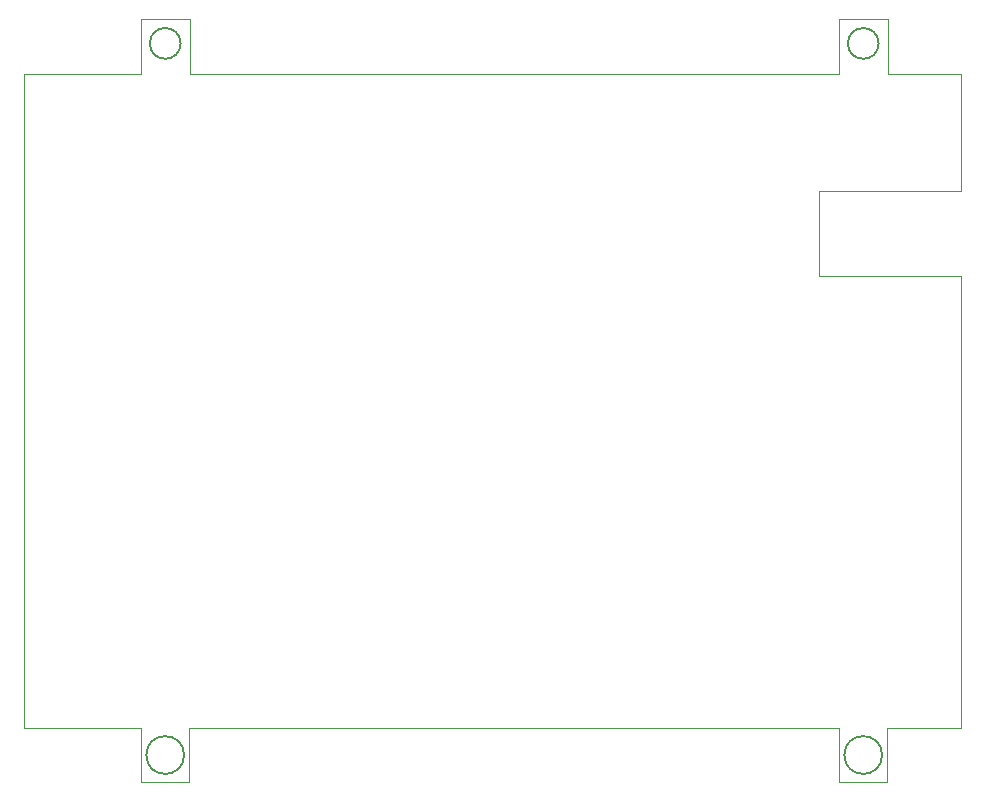
<source format=gm1>
G04 #@! TF.GenerationSoftware,KiCad,Pcbnew,7.0.3*
G04 #@! TF.CreationDate,2023-06-15T19:20:55+02:00*
G04 #@! TF.ProjectId,osc_v2,6f73635f-7632-42e6-9b69-6361645f7063,rev?*
G04 #@! TF.SameCoordinates,Original*
G04 #@! TF.FileFunction,Profile,NP*
%FSLAX46Y46*%
G04 Gerber Fmt 4.6, Leading zero omitted, Abs format (unit mm)*
G04 Created by KiCad (PCBNEW 7.0.3) date 2023-06-15 19:20:55*
%MOMM*%
%LPD*%
G01*
G04 APERTURE LIST*
G04 #@! TA.AperFunction,Profile*
%ADD10C,0.100000*%
G04 #@! TD*
G04 #@! TA.AperFunction,Profile*
%ADD11C,0.200000*%
G04 #@! TD*
G04 #@! TA.AperFunction,Profile*
%ADD12C,0.010000*%
G04 #@! TD*
G04 APERTURE END LIST*
D10*
X80165000Y-106800000D02*
X80165000Y-102200000D01*
X80155000Y-166810000D02*
X80155000Y-162210000D01*
D11*
X142905000Y-164500000D02*
G75*
G03*
X142905000Y-164500000I-1600000J0D01*
G01*
D10*
X139255000Y-162210000D02*
X84255000Y-162210000D01*
X149555000Y-162210000D02*
X143355000Y-162210000D01*
D11*
X142605000Y-104250000D02*
G75*
G03*
X142605000Y-104250000I-1300000J0D01*
G01*
D10*
X149545000Y-124410000D02*
X149555000Y-162210000D01*
X139265000Y-102200000D02*
X143365000Y-102200000D01*
X84255000Y-162210000D02*
X84255000Y-166810000D01*
D11*
X83805000Y-164500000D02*
G75*
G03*
X83805000Y-164500000I-1600000J0D01*
G01*
D10*
X80155000Y-162210000D02*
X70255000Y-162200000D01*
X139255000Y-166810000D02*
X139255000Y-162210000D01*
X149545000Y-116110000D02*
X149545000Y-106810000D01*
X143355000Y-166810000D02*
X139255000Y-166810000D01*
D11*
X83505000Y-104250000D02*
G75*
G03*
X83505000Y-104250000I-1300000J0D01*
G01*
D10*
X84265000Y-102200000D02*
X84265000Y-106800000D01*
X139265000Y-106800000D02*
X139265000Y-102200000D01*
X84255000Y-166810000D02*
X80155000Y-166810000D01*
X80165000Y-102200000D02*
X84265000Y-102200000D01*
X143365000Y-102200000D02*
X143365000Y-106800000D01*
X70255000Y-162200000D02*
X70265000Y-106800000D01*
X143355000Y-162210000D02*
X143355000Y-166810000D01*
X143365000Y-106800000D02*
X149545000Y-106810000D01*
X70265000Y-106800000D02*
X80165000Y-106800000D01*
X84265000Y-106800000D02*
X139265000Y-106800000D01*
D12*
X149545000Y-123910000D02*
X149545000Y-124410000D01*
X149545000Y-123910000D02*
X137545000Y-123910000D01*
X149545000Y-116710000D02*
X149545000Y-116110000D01*
X149545000Y-116710000D02*
X137545000Y-116710000D01*
X137545000Y-123910000D02*
X137545000Y-116710000D01*
M02*

</source>
